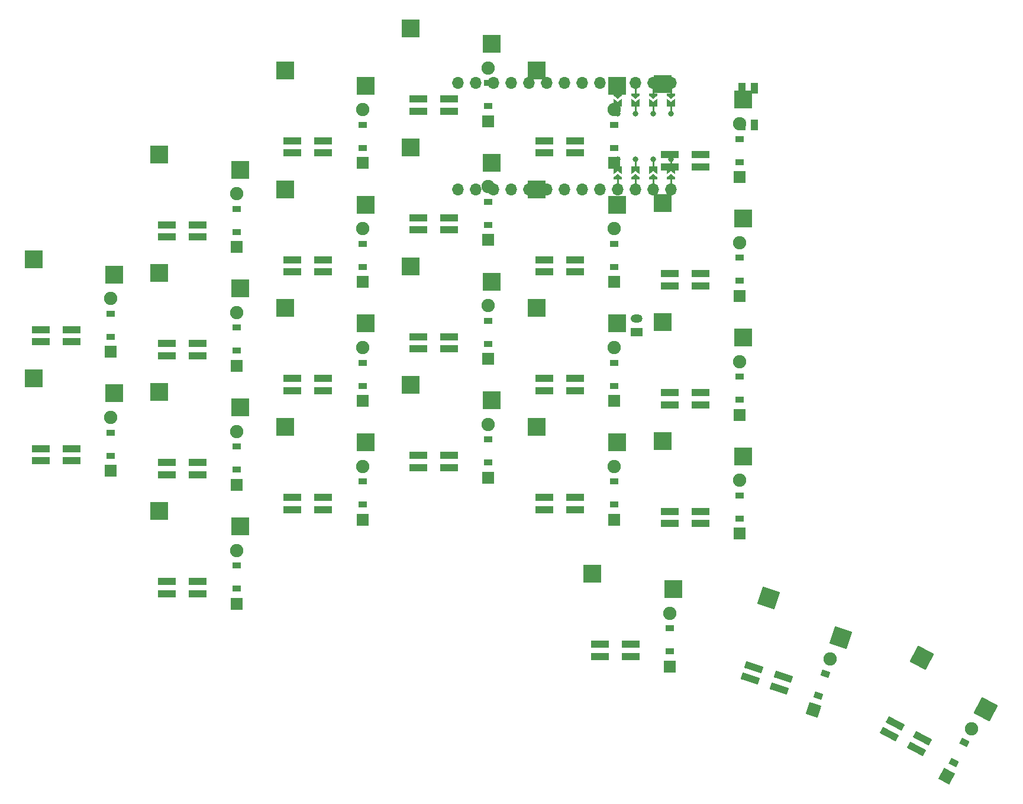
<source format=gbr>
%TF.GenerationSoftware,KiCad,Pcbnew,9.0.6*%
%TF.CreationDate,2025-11-05T17:55:23+01:00*%
%TF.ProjectId,main_pcb,6d61696e-5f70-4636-922e-6b696361645f,v1.0.0*%
%TF.SameCoordinates,Original*%
%TF.FileFunction,Copper,L2,Bot*%
%TF.FilePolarity,Positive*%
%FSLAX46Y46*%
G04 Gerber Fmt 4.6, Leading zero omitted, Abs format (unit mm)*
G04 Created by KiCad (PCBNEW 9.0.6) date 2025-11-05 17:55:23*
%MOMM*%
%LPD*%
G01*
G04 APERTURE LIST*
G04 Aperture macros list*
%AMRotRect*
0 Rectangle, with rotation*
0 The origin of the aperture is its center*
0 $1 length*
0 $2 width*
0 $3 Rotation angle, in degrees counterclockwise*
0 Add horizontal line*
21,1,$1,$2,0,0,$3*%
%AMFreePoly0*
4,1,6,0.250000,0.000000,-0.250000,-0.625000,-0.500000,-0.625000,-0.500000,0.625000,-0.250000,0.625000,0.250000,0.000000,0.250000,0.000000,$1*%
%AMFreePoly1*
4,1,6,0.500000,-0.625000,-0.650000,-0.625000,-0.150000,0.000000,-0.650000,0.625000,0.500000,0.625000,0.500000,-0.625000,0.500000,-0.625000,$1*%
G04 Aperture macros list end*
%TA.AperFunction,SMDPad,CuDef*%
%ADD10R,2.600000X2.600000*%
%TD*%
%TA.AperFunction,SMDPad,CuDef*%
%ADD11RotRect,2.600000X2.600000X342.000000*%
%TD*%
%TA.AperFunction,SMDPad,CuDef*%
%ADD12RotRect,2.600000X2.600000X332.000000*%
%TD*%
%TA.AperFunction,ComponentPad*%
%ADD13O,1.700000X1.700000*%
%TD*%
%TA.AperFunction,ComponentPad*%
%ADD14C,0.800000*%
%TD*%
%TA.AperFunction,SMDPad,CuDef*%
%ADD15FreePoly0,270.000000*%
%TD*%
%TA.AperFunction,SMDPad,CuDef*%
%ADD16FreePoly1,270.000000*%
%TD*%
%TA.AperFunction,SMDPad,CuDef*%
%ADD17FreePoly0,90.000000*%
%TD*%
%TA.AperFunction,SMDPad,CuDef*%
%ADD18FreePoly1,90.000000*%
%TD*%
%TA.AperFunction,SMDPad,CuDef*%
%ADD19R,1.000000X1.550000*%
%TD*%
%TA.AperFunction,SMDPad,CuDef*%
%ADD20R,1.200000X0.900000*%
%TD*%
%TA.AperFunction,ComponentPad*%
%ADD21R,1.778000X1.778000*%
%TD*%
%TA.AperFunction,ComponentPad*%
%ADD22C,1.905000*%
%TD*%
%TA.AperFunction,SMDPad,CuDef*%
%ADD23RotRect,0.900000X1.200000X72.000000*%
%TD*%
%TA.AperFunction,ComponentPad*%
%ADD24RotRect,1.778000X1.778000X72.000000*%
%TD*%
%TA.AperFunction,SMDPad,CuDef*%
%ADD25RotRect,0.900000X1.200000X62.000000*%
%TD*%
%TA.AperFunction,ComponentPad*%
%ADD26RotRect,1.778000X1.778000X62.000000*%
%TD*%
%TA.AperFunction,SMDPad,CuDef*%
%ADD27R,2.600000X1.000000*%
%TD*%
%TA.AperFunction,SMDPad,CuDef*%
%ADD28RotRect,2.600000X1.000000X342.000000*%
%TD*%
%TA.AperFunction,SMDPad,CuDef*%
%ADD29RotRect,2.600000X1.000000X332.000000*%
%TD*%
%TA.AperFunction,ComponentPad*%
%ADD30R,1.700000X1.200000*%
%TD*%
%TA.AperFunction,ComponentPad*%
%ADD31O,1.700000X1.200000*%
%TD*%
%TA.AperFunction,Conductor*%
%ADD32C,0.250000*%
%TD*%
G04 APERTURE END LIST*
D10*
%TO.P,S1,1*%
%TO.N,P1*%
X96725000Y-144050000D03*
%TO.P,S1,2*%
%TO.N,pinky_bottom*%
X108275000Y-146250000D03*
%TD*%
%TO.P,S2,1*%
%TO.N,P1*%
X96725000Y-127050000D03*
%TO.P,S2,2*%
%TO.N,pinky_home*%
X108275000Y-129250000D03*
%TD*%
%TO.P,S3,1*%
%TO.N,P1*%
X96725000Y-110050000D03*
%TO.P,S3,2*%
%TO.N,pinky_top*%
X108275000Y-112250000D03*
%TD*%
%TO.P,S4,1*%
%TO.N,P1*%
X96725000Y-93050000D03*
%TO.P,S4,2*%
%TO.N,pinky_num*%
X108275000Y-95250000D03*
%TD*%
%TO.P,S5,1*%
%TO.N,P2*%
X114725000Y-132050000D03*
%TO.P,S5,2*%
%TO.N,ring_bottom*%
X126275000Y-134250000D03*
%TD*%
%TO.P,S6,1*%
%TO.N,P2*%
X114725000Y-115050000D03*
%TO.P,S6,2*%
%TO.N,ring_home*%
X126275000Y-117250000D03*
%TD*%
%TO.P,S7,1*%
%TO.N,P2*%
X114725000Y-98050000D03*
%TO.P,S7,2*%
%TO.N,ring_top*%
X126275000Y-100250000D03*
%TD*%
%TO.P,S8,1*%
%TO.N,P2*%
X114725000Y-81050000D03*
%TO.P,S8,2*%
%TO.N,ring_num*%
X126275000Y-83250000D03*
%TD*%
%TO.P,S9,1*%
%TO.N,P3*%
X132725000Y-126050000D03*
%TO.P,S9,2*%
%TO.N,middle_bottom*%
X144275000Y-128250000D03*
%TD*%
%TO.P,S10,1*%
%TO.N,P3*%
X132725000Y-109050000D03*
%TO.P,S10,2*%
%TO.N,middle_home*%
X144275000Y-111250000D03*
%TD*%
%TO.P,S11,1*%
%TO.N,P3*%
X132725000Y-92050000D03*
%TO.P,S11,2*%
%TO.N,middle_top*%
X144275000Y-94250000D03*
%TD*%
%TO.P,S12,1*%
%TO.N,P3*%
X132725000Y-75050000D03*
%TO.P,S12,2*%
%TO.N,middle_num*%
X144275000Y-77250000D03*
%TD*%
%TO.P,S13,1*%
%TO.N,P4*%
X150725000Y-132050000D03*
%TO.P,S13,2*%
%TO.N,index_bottom*%
X162275000Y-134250000D03*
%TD*%
%TO.P,S14,1*%
%TO.N,P4*%
X150725000Y-115050000D03*
%TO.P,S14,2*%
%TO.N,index_home*%
X162275000Y-117250000D03*
%TD*%
%TO.P,S15,1*%
%TO.N,P4*%
X150725000Y-98050000D03*
%TO.P,S15,2*%
%TO.N,index_top*%
X162275000Y-100250000D03*
%TD*%
%TO.P,S16,1*%
%TO.N,P4*%
X150725000Y-81050000D03*
%TO.P,S16,2*%
%TO.N,index_num*%
X162275000Y-83250000D03*
%TD*%
%TO.P,S17,1*%
%TO.N,P5*%
X168725000Y-134050000D03*
%TO.P,S17,2*%
%TO.N,inner_bottom*%
X180275000Y-136250000D03*
%TD*%
%TO.P,S18,1*%
%TO.N,P5*%
X168725000Y-117050000D03*
%TO.P,S18,2*%
%TO.N,inner_home*%
X180275000Y-119250000D03*
%TD*%
%TO.P,S19,1*%
%TO.N,P5*%
X168725000Y-100050000D03*
%TO.P,S19,2*%
%TO.N,inner_top*%
X180275000Y-102250000D03*
%TD*%
%TO.P,S20,1*%
%TO.N,P5*%
X168725000Y-83050000D03*
%TO.P,S20,2*%
%TO.N,inner_num*%
X180275000Y-85250000D03*
%TD*%
%TO.P,S21,1*%
%TO.N,P0*%
X78725000Y-125050000D03*
%TO.P,S21,2*%
%TO.N,outer_top*%
X90275000Y-127250000D03*
%TD*%
%TO.P,S22,1*%
%TO.N,P0*%
X78725000Y-108050000D03*
%TO.P,S22,2*%
%TO.N,outer_home*%
X90275000Y-110250000D03*
%TD*%
%TO.P,S23,1*%
%TO.N,P3*%
X158725000Y-153050000D03*
%TO.P,S23,2*%
%TO.N,near_thumb*%
X170275000Y-155250000D03*
%TD*%
D11*
%TO.P,S24,1*%
%TO.N,P4*%
X183917772Y-156477878D03*
%TO.P,S24,2*%
%TO.N,home_thumb*%
X194222637Y-162139349D03*
%TD*%
D12*
%TO.P,S25,1*%
%TO.N,P5*%
X205830722Y-165064520D03*
%TO.P,S25,2*%
%TO.N,far_thumb*%
X214995930Y-172429402D03*
%TD*%
D13*
%TO.P,,0*%
%TO.N,_1_0*%
X169970000Y-82880000D03*
%TO.P,,25*%
%TO.N,_1_25*%
X169970000Y-98120000D03*
%TO.P,,1*%
%TO.N,_1_1*%
X167430000Y-82880000D03*
%TO.P,,24*%
%TO.N,_1_24*%
X167430000Y-98120000D03*
%TO.P,,2*%
%TO.N,_1_2*%
X164890000Y-82880000D03*
%TO.P,,23*%
%TO.N,_1_23*%
X164890000Y-98120000D03*
%TO.P,,3*%
%TO.N,_1_3*%
X162350000Y-82880000D03*
%TO.P,,22*%
%TO.N,_1_22*%
X162350000Y-98120000D03*
%TO.P,,4*%
%TO.N,GND*%
X159810000Y-82880000D03*
%TO.P,,21*%
%TO.N,VCC*%
X159810000Y-98120000D03*
%TO.P,,5*%
%TO.N,P2*%
X157270000Y-82880000D03*
%TO.P,,20*%
%TO.N,P21*%
X157270000Y-98120000D03*
%TO.P,,6*%
%TO.N,P3*%
X154730000Y-82880000D03*
%TO.P,,19*%
%TO.N,P20*%
X154730000Y-98120000D03*
%TO.P,,7*%
%TO.N,P4*%
X152190000Y-82880000D03*
%TO.P,,18*%
%TO.N,P19*%
X152190000Y-98120000D03*
%TO.P,,8*%
%TO.N,P5*%
X149650000Y-82880000D03*
%TO.P,,17*%
%TO.N,P18*%
X149650000Y-98120000D03*
%TO.P,,9*%
%TO.N,P6*%
X147110000Y-82880000D03*
%TO.P,,16*%
%TO.N,P15*%
X147110000Y-98120000D03*
%TO.P,,10*%
%TO.N,P7*%
X144570000Y-82880000D03*
%TO.P,,15*%
%TO.N,P14*%
X144570000Y-98120000D03*
%TO.P,,11*%
%TO.N,P8*%
X142030000Y-82880000D03*
%TO.P,,14*%
%TO.N,P16*%
X142030000Y-98120000D03*
%TO.P,,12*%
%TO.N,P9*%
X139490000Y-82880000D03*
%TO.P,,13*%
%TO.N,P10*%
X139490000Y-98120000D03*
D14*
%TO.P,,0*%
%TO.N,B-*%
X169970000Y-87238000D03*
D15*
%TO.N,_1_0*%
X169970000Y-84880000D03*
D16*
%TO.N,B-*%
X169970000Y-85725000D03*
D14*
%TO.P,,25*%
%TO.N,B+*%
X169970000Y-93762000D03*
D17*
%TO.N,_1_25*%
X169970000Y-96120000D03*
D18*
%TO.N,B+*%
X169970000Y-95275000D03*
D14*
%TO.P,,1*%
%TO.N,P1*%
X167430000Y-87238000D03*
D15*
%TO.N,_1_1*%
X167430000Y-84880000D03*
D16*
%TO.N,P1*%
X167430000Y-85725000D03*
D14*
%TO.P,,24*%
%TO.N,RAW*%
X167430000Y-93762000D03*
D17*
%TO.N,_1_24*%
X167430000Y-96120000D03*
D18*
%TO.N,RAW*%
X167430000Y-95275000D03*
D14*
%TO.P,,2*%
%TO.N,P0*%
X164890000Y-87238000D03*
D15*
%TO.N,_1_2*%
X164890000Y-84880000D03*
D16*
%TO.N,P0*%
X164890000Y-85725000D03*
D14*
%TO.P,,23*%
%TO.N,GND*%
X164890000Y-93762000D03*
D17*
%TO.N,_1_23*%
X164890000Y-96120000D03*
D18*
%TO.N,GND*%
X164890000Y-95275000D03*
D14*
%TO.P,,3*%
X162350000Y-87238000D03*
D15*
%TO.N,_1_3*%
X162350000Y-84880000D03*
D16*
%TO.N,GND*%
X162350000Y-85725000D03*
D14*
%TO.P,,22*%
%TO.N,RST*%
X162350000Y-93762000D03*
D17*
%TO.N,_1_22*%
X162350000Y-96120000D03*
D18*
%TO.N,RST*%
X162350000Y-95275000D03*
%TD*%
D19*
%TO.P,B1,1*%
%TO.N,GND*%
X181850000Y-83575000D03*
X181850000Y-88825000D03*
%TO.P,B1,2*%
%TO.N,RST*%
X180150000Y-83575000D03*
X180150000Y-88825000D03*
%TD*%
D20*
%TO.P,D1,2*%
%TO.N,main_pinky_bottom*%
X107800000Y-151850000D03*
%TO.P,D1,1*%
%TO.N,P9*%
X107800000Y-155150000D03*
D21*
X107800000Y-157310000D03*
D22*
%TO.P,D1,2*%
%TO.N,main_pinky_bottom*%
X107800000Y-149690000D03*
%TD*%
D20*
%TO.P,D2,2*%
%TO.N,main_pinky_home*%
X107800000Y-134850000D03*
%TO.P,D2,1*%
%TO.N,P8*%
X107800000Y-138150000D03*
D21*
X107800000Y-140310000D03*
D22*
%TO.P,D2,2*%
%TO.N,main_pinky_home*%
X107800000Y-132690000D03*
%TD*%
D20*
%TO.P,D3,2*%
%TO.N,main_pinky_top*%
X107800000Y-117850000D03*
%TO.P,D3,1*%
%TO.N,P7*%
X107800000Y-121150000D03*
D21*
X107800000Y-123310000D03*
D22*
%TO.P,D3,2*%
%TO.N,main_pinky_top*%
X107800000Y-115690000D03*
%TD*%
D20*
%TO.P,D4,2*%
%TO.N,main_pinky_num*%
X107800000Y-100850000D03*
%TO.P,D4,1*%
%TO.N,P6*%
X107800000Y-104150000D03*
D21*
X107800000Y-106310000D03*
D22*
%TO.P,D4,2*%
%TO.N,main_pinky_num*%
X107800000Y-98690000D03*
%TD*%
D20*
%TO.P,D5,2*%
%TO.N,main_ring_bottom*%
X125800000Y-139850000D03*
%TO.P,D5,1*%
%TO.N,P9*%
X125800000Y-143150000D03*
D21*
X125800000Y-145310000D03*
D22*
%TO.P,D5,2*%
%TO.N,main_ring_bottom*%
X125800000Y-137690000D03*
%TD*%
D20*
%TO.P,D6,2*%
%TO.N,main_ring_home*%
X125800000Y-122850000D03*
%TO.P,D6,1*%
%TO.N,P8*%
X125800000Y-126150000D03*
D21*
X125800000Y-128310000D03*
D22*
%TO.P,D6,2*%
%TO.N,main_ring_home*%
X125800000Y-120690000D03*
%TD*%
D20*
%TO.P,D7,2*%
%TO.N,main_ring_top*%
X125800000Y-105850000D03*
%TO.P,D7,1*%
%TO.N,P7*%
X125800000Y-109150000D03*
D21*
X125800000Y-111310000D03*
D22*
%TO.P,D7,2*%
%TO.N,main_ring_top*%
X125800000Y-103690000D03*
%TD*%
D20*
%TO.P,D8,2*%
%TO.N,main_ring_num*%
X125800000Y-88850000D03*
%TO.P,D8,1*%
%TO.N,P6*%
X125800000Y-92150000D03*
D21*
X125800000Y-94310000D03*
D22*
%TO.P,D8,2*%
%TO.N,main_ring_num*%
X125800000Y-86690000D03*
%TD*%
D20*
%TO.P,D9,2*%
%TO.N,main_middle_bottom*%
X143800000Y-133850000D03*
%TO.P,D9,1*%
%TO.N,P9*%
X143800000Y-137150000D03*
D21*
X143800000Y-139310000D03*
D22*
%TO.P,D9,2*%
%TO.N,main_middle_bottom*%
X143800000Y-131690000D03*
%TD*%
D20*
%TO.P,D10,2*%
%TO.N,main_middle_home*%
X143800000Y-116850000D03*
%TO.P,D10,1*%
%TO.N,P8*%
X143800000Y-120150000D03*
D21*
X143800000Y-122310000D03*
D22*
%TO.P,D10,2*%
%TO.N,main_middle_home*%
X143800000Y-114690000D03*
%TD*%
D20*
%TO.P,D11,2*%
%TO.N,main_middle_top*%
X143800000Y-99850000D03*
%TO.P,D11,1*%
%TO.N,P7*%
X143800000Y-103150000D03*
D21*
X143800000Y-105310000D03*
D22*
%TO.P,D11,2*%
%TO.N,main_middle_top*%
X143800000Y-97690000D03*
%TD*%
D20*
%TO.P,D12,2*%
%TO.N,main_middle_num*%
X143800000Y-82850000D03*
%TO.P,D12,1*%
%TO.N,P6*%
X143800000Y-86150000D03*
D21*
X143800000Y-88310000D03*
D22*
%TO.P,D12,2*%
%TO.N,main_middle_num*%
X143800000Y-80690000D03*
%TD*%
D20*
%TO.P,D13,2*%
%TO.N,main_index_bottom*%
X161800000Y-139850000D03*
%TO.P,D13,1*%
%TO.N,P9*%
X161800000Y-143150000D03*
D21*
X161800000Y-145310000D03*
D22*
%TO.P,D13,2*%
%TO.N,main_index_bottom*%
X161800000Y-137690000D03*
%TD*%
D20*
%TO.P,D14,2*%
%TO.N,main_index_home*%
X161800000Y-122850000D03*
%TO.P,D14,1*%
%TO.N,P8*%
X161800000Y-126150000D03*
D21*
X161800000Y-128310000D03*
D22*
%TO.P,D14,2*%
%TO.N,main_index_home*%
X161800000Y-120690000D03*
%TD*%
D20*
%TO.P,D15,2*%
%TO.N,main_index_top*%
X161800000Y-105850000D03*
%TO.P,D15,1*%
%TO.N,P7*%
X161800000Y-109150000D03*
D21*
X161800000Y-111310000D03*
D22*
%TO.P,D15,2*%
%TO.N,main_index_top*%
X161800000Y-103690000D03*
%TD*%
D20*
%TO.P,D16,2*%
%TO.N,main_index_num*%
X161800000Y-88850000D03*
%TO.P,D16,1*%
%TO.N,P6*%
X161800000Y-92150000D03*
D21*
X161800000Y-94310000D03*
D22*
%TO.P,D16,2*%
%TO.N,main_index_num*%
X161800000Y-86690000D03*
%TD*%
D20*
%TO.P,D17,2*%
%TO.N,main_inner_bottom*%
X179800000Y-141850000D03*
%TO.P,D17,1*%
%TO.N,P9*%
X179800000Y-145150000D03*
D21*
X179800000Y-147310000D03*
D22*
%TO.P,D17,2*%
%TO.N,main_inner_bottom*%
X179800000Y-139690000D03*
%TD*%
D20*
%TO.P,D18,2*%
%TO.N,main_inner_home*%
X179800000Y-124850000D03*
%TO.P,D18,1*%
%TO.N,P8*%
X179800000Y-128150000D03*
D21*
X179800000Y-130310000D03*
D22*
%TO.P,D18,2*%
%TO.N,main_inner_home*%
X179800000Y-122690000D03*
%TD*%
D20*
%TO.P,D19,2*%
%TO.N,main_inner_top*%
X179800000Y-107850000D03*
%TO.P,D19,1*%
%TO.N,P7*%
X179800000Y-111150000D03*
D21*
X179800000Y-113310000D03*
D22*
%TO.P,D19,2*%
%TO.N,main_inner_top*%
X179800000Y-105690000D03*
%TD*%
D20*
%TO.P,D20,2*%
%TO.N,main_inner_num*%
X179800000Y-90850000D03*
%TO.P,D20,1*%
%TO.N,P6*%
X179800000Y-94150000D03*
D21*
X179800000Y-96310000D03*
D22*
%TO.P,D20,2*%
%TO.N,main_inner_num*%
X179800000Y-88690000D03*
%TD*%
D20*
%TO.P,D21,2*%
%TO.N,outer_outer_top*%
X89800000Y-132850000D03*
%TO.P,D21,1*%
%TO.N,P7*%
X89800000Y-136150000D03*
D21*
X89800000Y-138310000D03*
D22*
%TO.P,D21,2*%
%TO.N,outer_outer_top*%
X89800000Y-130690000D03*
%TD*%
D20*
%TO.P,D22,2*%
%TO.N,outer_outer_home*%
X89800000Y-115850000D03*
%TO.P,D22,1*%
%TO.N,P8*%
X89800000Y-119150000D03*
D21*
X89800000Y-121310000D03*
D22*
%TO.P,D22,2*%
%TO.N,outer_outer_home*%
X89800000Y-113690000D03*
%TD*%
D20*
%TO.P,D23,2*%
%TO.N,thumbfan_near_thumb*%
X169800000Y-160850000D03*
%TO.P,D23,1*%
%TO.N,P10*%
X169800000Y-164150000D03*
D21*
X169800000Y-166310000D03*
D22*
%TO.P,D23,2*%
%TO.N,thumbfan_near_thumb*%
X169800000Y-158690000D03*
%TD*%
D23*
%TO.P,D24,2*%
%TO.N,thumbfan_home_thumb*%
X192040390Y-167318483D03*
%TO.P,D24,1*%
%TO.N,P10*%
X191020634Y-170456969D03*
D24*
X190353157Y-172511251D03*
D22*
%TO.P,D24,2*%
%TO.N,thumbfan_home_thumb*%
X192707867Y-165264201D03*
%TD*%
D25*
%TO.P,D25,2*%
%TO.N,thumbfan_far_thumb*%
X211947489Y-177150909D03*
%TO.P,D25,1*%
%TO.N,P10*%
X210398233Y-180064637D03*
D26*
X209384174Y-181971803D03*
D22*
%TO.P,D25,2*%
%TO.N,thumbfan_far_thumb*%
X212961548Y-175243743D03*
%TD*%
D27*
%TO.P,LED1,2*%
%TO.N,rgb_main_ring_bottom*%
X97800000Y-154125000D03*
%TO.P,LED1,1*%
%TO.N,VCC*%
X97800000Y-155875000D03*
%TO.P,LED1,4*%
%TO.N,rgb_main_pinky_bottom*%
X102200000Y-155875000D03*
%TO.P,LED1,3*%
%TO.N,GND*%
X102200000Y-154125000D03*
%TD*%
%TO.P,LED2,2*%
%TO.N,rgb_main_pinky_bottom*%
X97800000Y-137125000D03*
%TO.P,LED2,1*%
%TO.N,VCC*%
X97800000Y-138875000D03*
%TO.P,LED2,4*%
%TO.N,rgb_main_pinky_home*%
X102200000Y-138875000D03*
%TO.P,LED2,3*%
%TO.N,GND*%
X102200000Y-137125000D03*
%TD*%
%TO.P,LED3,2*%
%TO.N,rgb_main_outer_top*%
X97800000Y-120125000D03*
%TO.P,LED3,1*%
%TO.N,VCC*%
X97800000Y-121875000D03*
%TO.P,LED3,4*%
%TO.N,rgb_main_pinky_top*%
X102200000Y-121875000D03*
%TO.P,LED3,3*%
%TO.N,GND*%
X102200000Y-120125000D03*
%TD*%
%TO.P,LED4,2*%
%TO.N,rgb_main_pinky_top*%
X97800000Y-103125000D03*
%TO.P,LED4,1*%
%TO.N,VCC*%
X97800000Y-104875000D03*
%TO.P,LED4,4*%
%TO.N,rgb_main_pinky_num*%
X102200000Y-104875000D03*
%TO.P,LED4,3*%
%TO.N,GND*%
X102200000Y-103125000D03*
%TD*%
%TO.P,LED5,2*%
%TO.N,rgb_main_ring_home*%
X115800000Y-142125000D03*
%TO.P,LED5,1*%
%TO.N,VCC*%
X115800000Y-143875000D03*
%TO.P,LED5,4*%
%TO.N,rgb_main_ring_bottom*%
X120200000Y-143875000D03*
%TO.P,LED5,3*%
%TO.N,GND*%
X120200000Y-142125000D03*
%TD*%
%TO.P,LED6,2*%
%TO.N,rgb_main_ring_top*%
X115800000Y-125125000D03*
%TO.P,LED6,1*%
%TO.N,VCC*%
X115800000Y-126875000D03*
%TO.P,LED6,4*%
%TO.N,rgb_main_ring_home*%
X120200000Y-126875000D03*
%TO.P,LED6,3*%
%TO.N,GND*%
X120200000Y-125125000D03*
%TD*%
%TO.P,LED7,2*%
%TO.N,rgb_main_middle_top*%
X115800000Y-108125000D03*
%TO.P,LED7,1*%
%TO.N,VCC*%
X115800000Y-109875000D03*
%TO.P,LED7,4*%
%TO.N,rgb_main_ring_top*%
X120200000Y-109875000D03*
%TO.P,LED7,3*%
%TO.N,GND*%
X120200000Y-108125000D03*
%TD*%
%TO.P,LED8,2*%
%TO.N,rgb_main_pinky_num*%
X115800000Y-91125000D03*
%TO.P,LED8,1*%
%TO.N,VCC*%
X115800000Y-92875000D03*
%TO.P,LED8,4*%
%TO.N,rgb_main_ring_num*%
X120200000Y-92875000D03*
%TO.P,LED8,3*%
%TO.N,GND*%
X120200000Y-91125000D03*
%TD*%
%TO.P,LED9,2*%
%TO.N,rgb_main_index_bottom*%
X133800000Y-136125000D03*
%TO.P,LED9,1*%
%TO.N,VCC*%
X133800000Y-137875000D03*
%TO.P,LED9,4*%
%TO.N,rgb_main_middle_bottom*%
X138200000Y-137875000D03*
%TO.P,LED9,3*%
%TO.N,GND*%
X138200000Y-136125000D03*
%TD*%
%TO.P,LED10,2*%
%TO.N,rgb_main_middle_bottom*%
X133800000Y-119125000D03*
%TO.P,LED10,1*%
%TO.N,VCC*%
X133800000Y-120875000D03*
%TO.P,LED10,4*%
%TO.N,rgb_main_middle_home*%
X138200000Y-120875000D03*
%TO.P,LED10,3*%
%TO.N,GND*%
X138200000Y-119125000D03*
%TD*%
%TO.P,LED11,2*%
%TO.N,rgb_main_middle_home*%
X133800000Y-102125000D03*
%TO.P,LED11,1*%
%TO.N,VCC*%
X133800000Y-103875000D03*
%TO.P,LED11,4*%
%TO.N,rgb_main_middle_top*%
X138200000Y-103875000D03*
%TO.P,LED11,3*%
%TO.N,GND*%
X138200000Y-102125000D03*
%TD*%
%TO.P,LED12,2*%
%TO.N,rgb_main_ring_num*%
X133800000Y-85125000D03*
%TO.P,LED12,1*%
%TO.N,VCC*%
X133800000Y-86875000D03*
%TO.P,LED12,4*%
%TO.N,rgb_main_middle_num*%
X138200000Y-86875000D03*
%TO.P,LED12,3*%
%TO.N,GND*%
X138200000Y-85125000D03*
%TD*%
%TO.P,LED13,2*%
%TO.N,rgb_main_index_home*%
X151800000Y-142125000D03*
%TO.P,LED13,1*%
%TO.N,VCC*%
X151800000Y-143875000D03*
%TO.P,LED13,4*%
%TO.N,rgb_main_index_bottom*%
X156200000Y-143875000D03*
%TO.P,LED13,3*%
%TO.N,GND*%
X156200000Y-142125000D03*
%TD*%
%TO.P,LED14,2*%
%TO.N,rgb_main_index_top*%
X151800000Y-125125000D03*
%TO.P,LED14,1*%
%TO.N,VCC*%
X151800000Y-126875000D03*
%TO.P,LED14,4*%
%TO.N,rgb_main_index_home*%
X156200000Y-126875000D03*
%TO.P,LED14,3*%
%TO.N,GND*%
X156200000Y-125125000D03*
%TD*%
%TO.P,LED15,2*%
%TO.N,rgb_main_inner_top*%
X151800000Y-108125000D03*
%TO.P,LED15,1*%
%TO.N,VCC*%
X151800000Y-109875000D03*
%TO.P,LED15,4*%
%TO.N,rgb_main_index_top*%
X156200000Y-109875000D03*
%TO.P,LED15,3*%
%TO.N,GND*%
X156200000Y-108125000D03*
%TD*%
%TO.P,LED16,2*%
%TO.N,rgb_main_middle_num*%
X151800000Y-91125000D03*
%TO.P,LED16,1*%
%TO.N,VCC*%
X151800000Y-92875000D03*
%TO.P,LED16,4*%
%TO.N,rgb_main_index_num*%
X156200000Y-92875000D03*
%TO.P,LED16,3*%
%TO.N,GND*%
X156200000Y-91125000D03*
%TD*%
%TO.P,LED17,2*%
%TO.N,rgb_thumbfan_near*%
X169800000Y-144125000D03*
%TO.P,LED17,1*%
%TO.N,VCC*%
X169800000Y-145875000D03*
%TO.P,LED17,4*%
%TO.N,rgb_main_inner_bottom*%
X174200000Y-145875000D03*
%TO.P,LED17,3*%
%TO.N,GND*%
X174200000Y-144125000D03*
%TD*%
%TO.P,LED18,2*%
%TO.N,rgb_main_inner_bottom*%
X169800000Y-127125000D03*
%TO.P,LED18,1*%
%TO.N,VCC*%
X169800000Y-128875000D03*
%TO.P,LED18,4*%
%TO.N,rgb_main_inner_home*%
X174200000Y-128875000D03*
%TO.P,LED18,3*%
%TO.N,GND*%
X174200000Y-127125000D03*
%TD*%
%TO.P,LED19,2*%
%TO.N,rgb_main_inner_home*%
X169800000Y-110125000D03*
%TO.P,LED19,1*%
%TO.N,VCC*%
X169800000Y-111875000D03*
%TO.P,LED19,4*%
%TO.N,rgb_main_inner_top*%
X174200000Y-111875000D03*
%TO.P,LED19,3*%
%TO.N,GND*%
X174200000Y-110125000D03*
%TD*%
%TO.P,LED20,2*%
%TO.N,rgb_main_index_num*%
X169800000Y-93125000D03*
%TO.P,LED20,1*%
%TO.N,VCC*%
X169800000Y-94875000D03*
%TO.P,LED20,4*%
%TO.N,P21*%
X174200000Y-94875000D03*
%TO.P,LED20,3*%
%TO.N,GND*%
X174200000Y-93125000D03*
%TD*%
%TO.P,LED21,2*%
%TO.N,rgb_main_outer_home*%
X79800000Y-135125000D03*
%TO.P,LED21,1*%
%TO.N,VCC*%
X79800000Y-136875000D03*
%TO.P,LED21,4*%
%TO.N,rgb_outer_outer_top*%
X84200000Y-136875000D03*
%TO.P,LED21,3*%
%TO.N,GND*%
X84200000Y-135125000D03*
%TD*%
%TO.P,LED22,2*%
%TO.N,rgb_main_pinky_home*%
X79800000Y-118125000D03*
%TO.P,LED22,1*%
%TO.N,VCC*%
X79800000Y-119875000D03*
%TO.P,LED22,4*%
%TO.N,rgb_outer_outer_home*%
X84200000Y-119875000D03*
%TO.P,LED22,3*%
%TO.N,GND*%
X84200000Y-118125000D03*
%TD*%
%TO.P,LED23,2*%
%TO.N,rgb_thumbfan_home*%
X159800000Y-163125000D03*
%TO.P,LED23,1*%
%TO.N,VCC*%
X159800000Y-164875000D03*
%TO.P,LED23,4*%
%TO.N,rgb_thumbfan_near_thumb*%
X164200000Y-164875000D03*
%TO.P,LED23,3*%
%TO.N,GND*%
X164200000Y-163125000D03*
%TD*%
D28*
%TO.P,LED24,2*%
%TO.N,rgb_thumbfan_far*%
X181826812Y-166391966D03*
%TO.P,LED24,1*%
%TO.N,VCC*%
X181286032Y-168056315D03*
%TO.P,LED24,4*%
%TO.N,rgb_thumbfan_home_thumb*%
X185470680Y-169415990D03*
%TO.P,LED24,3*%
%TO.N,GND*%
X186011460Y-167751641D03*
%TD*%
D29*
%TO.P,LED25,2*%
%TO.N,N/C*%
X202049965Y-174464899D03*
%TO.P,LED25,1*%
%TO.N,VCC*%
X201228390Y-176010058D03*
%TO.P,LED25,4*%
%TO.N,rgb_thumbfan_far_thumb*%
X205113359Y-178075733D03*
%TO.P,LED25,3*%
%TO.N,GND*%
X205934934Y-176530574D03*
%TD*%
D30*
%TO.P,JST1,1*%
%TO.N,pos*%
X165000000Y-118500000D03*
D31*
%TO.P,JST1,2*%
%TO.N,GND*%
X165000000Y-116500000D03*
%TD*%
D32*
%TO.N,*%
X169970000Y-84880000D02*
X169970000Y-82880000D01*
%TO.N,_1_25*%
X169970000Y-96120000D02*
X169970000Y-98120000D01*
%TO.N,*%
X169970000Y-85720000D02*
X169970000Y-87240000D01*
X169970000Y-95280000D02*
X169970000Y-93760000D01*
X167430000Y-84880000D02*
X167430000Y-82880000D01*
%TO.N,_1_24*%
X167430000Y-96120000D02*
X167430000Y-98120000D01*
%TO.N,P1*%
X167430000Y-85720000D02*
X167430000Y-87240000D01*
%TO.N,RAW*%
X167430000Y-95280000D02*
X167430000Y-93760000D01*
%TO.N,*%
X164890000Y-84880000D02*
X164890000Y-82880000D01*
%TO.N,_1_23*%
X164890000Y-96120000D02*
X164890000Y-98120000D01*
%TO.N,P0*%
X164890000Y-85720000D02*
X164890000Y-87240000D01*
%TO.N,*%
X164890000Y-95280000D02*
X164890000Y-93760000D01*
X162350000Y-84880000D02*
X162350000Y-82880000D01*
%TO.N,_1_22*%
X162350000Y-96120000D02*
X162350000Y-98120000D01*
%TO.N,*%
X162350000Y-85720000D02*
X162350000Y-87240000D01*
X162350000Y-95280000D02*
X162350000Y-93760000D01*
%TD*%
M02*

</source>
